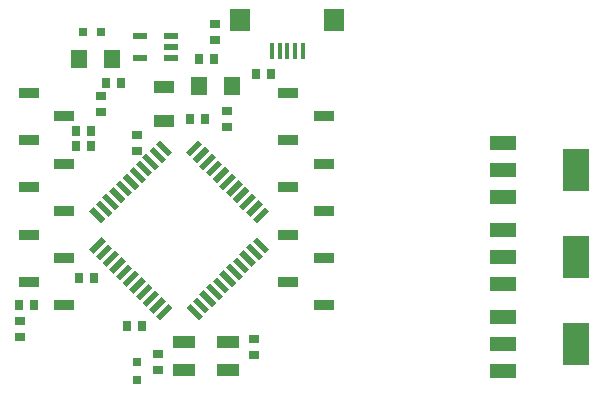
<source format=gtp>
G75*
G70*
%OFA0B0*%
%FSLAX24Y24*%
%IPPOS*%
%LPD*%
%AMOC8*
5,1,8,0,0,1.08239X$1,22.5*
%
%ADD10R,0.0276X0.0354*%
%ADD11R,0.0551X0.0630*%
%ADD12R,0.0354X0.0276*%
%ADD13R,0.0315X0.0315*%
%ADD14R,0.0591X0.0197*%
%ADD15R,0.0197X0.0591*%
%ADD16R,0.0748X0.0433*%
%ADD17R,0.0709X0.0394*%
%ADD18R,0.0472X0.0217*%
%ADD19R,0.0138X0.0551*%
%ADD20R,0.0709X0.0748*%
%ADD21R,0.0669X0.0335*%
%ADD22R,0.0880X0.0480*%
%ADD23R,0.0866X0.1417*%
D10*
X004624Y007594D03*
X005136Y007594D03*
X003536Y009194D03*
X003024Y009194D03*
X001536Y008294D03*
X001024Y008294D03*
X002924Y013594D03*
X002924Y014094D03*
X003436Y014094D03*
X003436Y013594D03*
X003924Y015694D03*
X004436Y015694D03*
X006724Y014494D03*
X007236Y014494D03*
X008924Y015994D03*
X009436Y015994D03*
X007536Y016494D03*
X007024Y016494D03*
D11*
X007029Y015594D03*
X008131Y015594D03*
X004131Y016494D03*
X003029Y016494D03*
D12*
X003780Y015250D03*
X003780Y014738D03*
X004980Y013950D03*
X004980Y013438D03*
X007980Y014238D03*
X007980Y014750D03*
X007580Y017138D03*
X007580Y017650D03*
X001080Y007750D03*
X001080Y007238D03*
X005680Y006650D03*
X005680Y006138D03*
X008880Y006638D03*
X008880Y007150D03*
D13*
X004980Y005799D03*
X004980Y006389D03*
X003775Y017394D03*
X003185Y017394D03*
D14*
G36*
X006013Y013245D02*
X005596Y013660D01*
X005735Y013799D01*
X006152Y013384D01*
X006013Y013245D01*
G37*
G36*
X005791Y013021D02*
X005374Y013436D01*
X005513Y013575D01*
X005930Y013160D01*
X005791Y013021D01*
G37*
G36*
X005568Y012798D02*
X005151Y013213D01*
X005290Y013352D01*
X005707Y012937D01*
X005568Y012798D01*
G37*
G36*
X005346Y012575D02*
X004929Y012990D01*
X005068Y013129D01*
X005485Y012714D01*
X005346Y012575D01*
G37*
G36*
X005124Y012352D02*
X004707Y012767D01*
X004846Y012906D01*
X005263Y012491D01*
X005124Y012352D01*
G37*
G36*
X004902Y012129D02*
X004485Y012544D01*
X004624Y012683D01*
X005041Y012268D01*
X004902Y012129D01*
G37*
G36*
X004679Y011906D02*
X004262Y012321D01*
X004401Y012460D01*
X004818Y012045D01*
X004679Y011906D01*
G37*
G36*
X004457Y011683D02*
X004040Y012098D01*
X004179Y012237D01*
X004596Y011822D01*
X004457Y011683D01*
G37*
G36*
X004235Y011460D02*
X003818Y011875D01*
X003957Y012014D01*
X004374Y011599D01*
X004235Y011460D01*
G37*
G36*
X004012Y011237D02*
X003595Y011652D01*
X003734Y011791D01*
X004151Y011376D01*
X004012Y011237D01*
G37*
G36*
X003790Y011014D02*
X003373Y011429D01*
X003512Y011568D01*
X003929Y011153D01*
X003790Y011014D01*
G37*
G36*
X007025Y007790D02*
X006608Y008205D01*
X006747Y008344D01*
X007164Y007929D01*
X007025Y007790D01*
G37*
G36*
X007247Y008013D02*
X006830Y008428D01*
X006969Y008567D01*
X007386Y008152D01*
X007247Y008013D01*
G37*
G36*
X007470Y008236D02*
X007053Y008651D01*
X007192Y008790D01*
X007609Y008375D01*
X007470Y008236D01*
G37*
G36*
X007692Y008459D02*
X007275Y008874D01*
X007414Y009013D01*
X007831Y008598D01*
X007692Y008459D01*
G37*
G36*
X007914Y008682D02*
X007497Y009097D01*
X007636Y009236D01*
X008053Y008821D01*
X007914Y008682D01*
G37*
G36*
X008136Y008905D02*
X007719Y009320D01*
X007858Y009459D01*
X008275Y009044D01*
X008136Y008905D01*
G37*
G36*
X008359Y009128D02*
X007942Y009543D01*
X008081Y009682D01*
X008498Y009267D01*
X008359Y009128D01*
G37*
G36*
X008581Y009352D02*
X008164Y009767D01*
X008303Y009906D01*
X008720Y009491D01*
X008581Y009352D01*
G37*
G36*
X008803Y009575D02*
X008386Y009990D01*
X008525Y010129D01*
X008942Y009714D01*
X008803Y009575D01*
G37*
G36*
X009026Y009798D02*
X008609Y010213D01*
X008748Y010352D01*
X009165Y009937D01*
X009026Y009798D01*
G37*
G36*
X009248Y010021D02*
X008831Y010436D01*
X008970Y010575D01*
X009387Y010160D01*
X009248Y010021D01*
G37*
D15*
G36*
X008969Y011022D02*
X008830Y011161D01*
X009245Y011578D01*
X009384Y011439D01*
X008969Y011022D01*
G37*
G36*
X008746Y011244D02*
X008607Y011383D01*
X009022Y011800D01*
X009161Y011661D01*
X008746Y011244D01*
G37*
G36*
X008523Y011467D02*
X008384Y011606D01*
X008799Y012023D01*
X008938Y011884D01*
X008523Y011467D01*
G37*
G36*
X008300Y011689D02*
X008161Y011828D01*
X008576Y012245D01*
X008715Y012106D01*
X008300Y011689D01*
G37*
G36*
X008077Y011911D02*
X007938Y012050D01*
X008353Y012467D01*
X008492Y012328D01*
X008077Y011911D01*
G37*
G36*
X007854Y012134D02*
X007715Y012273D01*
X008130Y012690D01*
X008269Y012551D01*
X007854Y012134D01*
G37*
G36*
X007631Y012356D02*
X007492Y012495D01*
X007907Y012912D01*
X008046Y012773D01*
X007631Y012356D01*
G37*
G36*
X007408Y012578D02*
X007269Y012717D01*
X007684Y013134D01*
X007823Y012995D01*
X007408Y012578D01*
G37*
G36*
X007185Y012801D02*
X007046Y012940D01*
X007461Y013357D01*
X007600Y013218D01*
X007185Y012801D01*
G37*
G36*
X006961Y013023D02*
X006822Y013162D01*
X007237Y013579D01*
X007376Y013440D01*
X006961Y013023D01*
G37*
G36*
X006738Y013245D02*
X006599Y013384D01*
X007014Y013801D01*
X007153Y013662D01*
X006738Y013245D01*
G37*
G36*
X003515Y010010D02*
X003376Y010149D01*
X003791Y010566D01*
X003930Y010427D01*
X003515Y010010D01*
G37*
G36*
X003738Y009788D02*
X003599Y009927D01*
X004014Y010344D01*
X004153Y010205D01*
X003738Y009788D01*
G37*
G36*
X003961Y009566D02*
X003822Y009705D01*
X004237Y010122D01*
X004376Y009983D01*
X003961Y009566D01*
G37*
G36*
X004184Y009343D02*
X004045Y009482D01*
X004460Y009899D01*
X004599Y009760D01*
X004184Y009343D01*
G37*
G36*
X004407Y009121D02*
X004268Y009260D01*
X004683Y009677D01*
X004822Y009538D01*
X004407Y009121D01*
G37*
G36*
X004630Y008899D02*
X004491Y009038D01*
X004906Y009455D01*
X005045Y009316D01*
X004630Y008899D01*
G37*
G36*
X004853Y008676D02*
X004714Y008815D01*
X005129Y009232D01*
X005268Y009093D01*
X004853Y008676D01*
G37*
G36*
X005076Y008454D02*
X004937Y008593D01*
X005352Y009010D01*
X005491Y008871D01*
X005076Y008454D01*
G37*
G36*
X005299Y008232D02*
X005160Y008371D01*
X005575Y008788D01*
X005714Y008649D01*
X005299Y008232D01*
G37*
G36*
X005523Y008009D02*
X005384Y008148D01*
X005799Y008565D01*
X005938Y008426D01*
X005523Y008009D01*
G37*
G36*
X005746Y007787D02*
X005607Y007926D01*
X006022Y008343D01*
X006161Y008204D01*
X005746Y007787D01*
G37*
D16*
X006552Y007047D03*
X006552Y006141D03*
X008008Y006141D03*
X008008Y007047D03*
D17*
X005880Y014443D03*
X005880Y015545D03*
D18*
X006092Y016520D03*
X006092Y016894D03*
X006092Y017268D03*
X005068Y017268D03*
X005068Y016520D03*
D19*
X009468Y016751D03*
X009724Y016751D03*
X009980Y016751D03*
X010236Y016751D03*
X010492Y016751D03*
D20*
X011555Y017794D03*
X008405Y017794D03*
D21*
X010020Y015368D03*
X011201Y014581D03*
X010020Y013793D03*
X011201Y013006D03*
X010020Y012219D03*
X011201Y011431D03*
X010020Y010644D03*
X011201Y009856D03*
X010020Y009069D03*
X011201Y008282D03*
X002540Y008282D03*
X001359Y009069D03*
X002540Y009856D03*
X001359Y010644D03*
X002540Y011431D03*
X001359Y012219D03*
X002540Y013006D03*
X001359Y013793D03*
X002540Y014581D03*
X001359Y015368D03*
D22*
X017160Y013704D03*
X017160Y012794D03*
X017160Y011884D03*
X017160Y010804D03*
X017160Y009894D03*
X017160Y008984D03*
X017160Y007904D03*
X017160Y006994D03*
X017160Y006084D03*
D23*
X019600Y006994D03*
X019600Y009894D03*
X019600Y012794D03*
M02*

</source>
